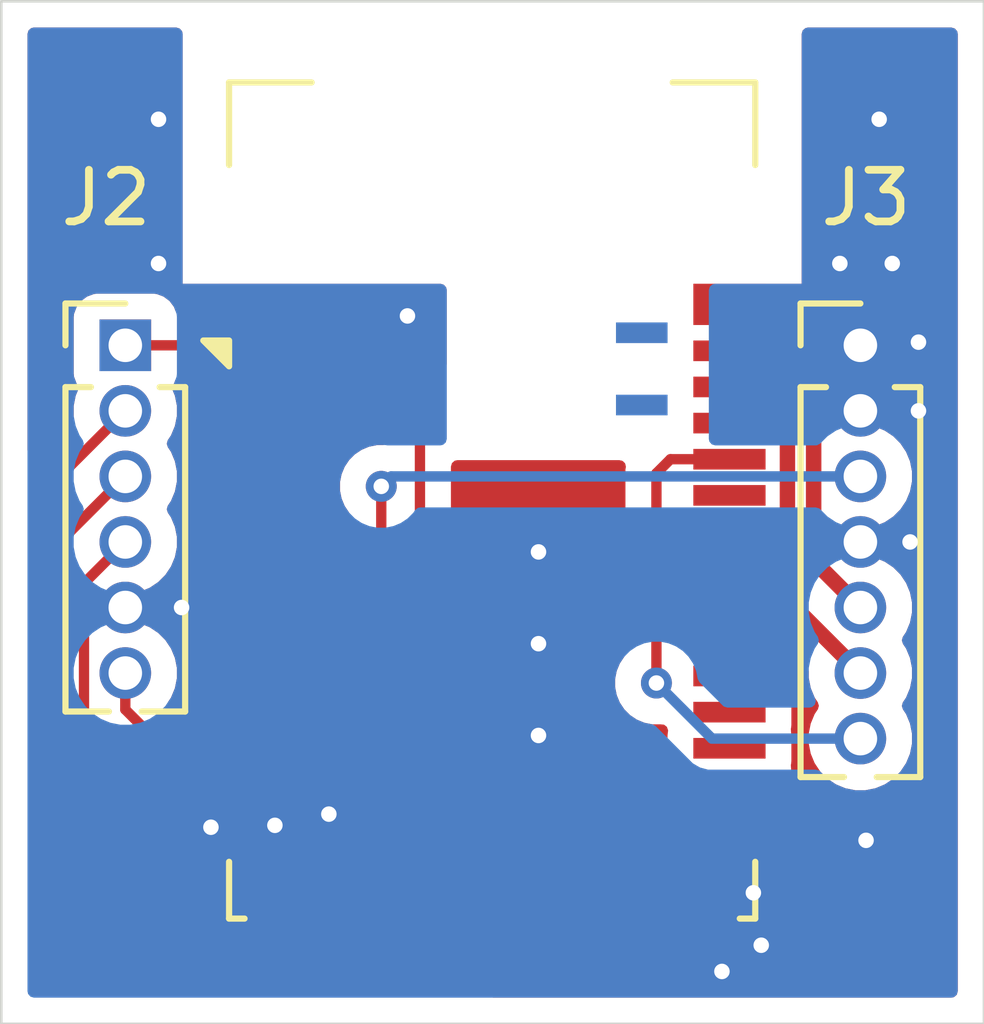
<source format=kicad_pcb>
(kicad_pcb (version 20241229) (generator "pcbnew") (generator_version "9.0")
  (layers (0 "F.Cu" signal) (2 "B.Cu" signal) (13 "F.Paste" user) (15 "B.Paste" user) (5 "F.SilkS" user "F.Silkscreen") (7 "B.SilkS" user "B.Silkscreen") (1 "F.Mask" user) (3 "B.Mask" user) (25 "Edge.Cuts" user))
  (net 0 "")
  (net 1 "/GPIO_0")
  (net 2 "/SWCLK")
  (net 3 "/VDD")
  (net 4 "/RST")
  (net 5 "/GND")
  (net 6 "/GPIO_1")
  (net 7 "/SWDIO")
  (net 11 "/GPIO_2")
  (net 25 "/GPIO_3")
  (footprint "Connector_PinHeader_1.27mm:PinHeader_1x06_P1.27mm_Vertical" (layer "F.Cu") (at 135.5 93.025)
    (property "Reference" "J2" (at -0.372 -2.855 0) (layer "F.SilkS"))
    (property "Value" "Conn_01x06_Pin" (hide yes))
    (fp_line (start -1.16 -0.81) (end 0 -0.81) (stroke (width 0.12)) (layer "F.SilkS"))
    (fp_line (start -1.16 0) (end -1.16 -0.81) (stroke (width 0.12)) (layer "F.SilkS"))
    (fp_line (start -1.16 0.81) (end -1.16 7.095) (stroke (width 0.12)) (layer "F.SilkS"))
    (fp_line (start -1.16 0.81) (end -0.666708 0.81) (stroke (width 0.12)) (layer "F.SilkS"))
    (fp_line (start -1.16 7.095) (end -0.317923 7.095) (stroke (width 0.12)) (layer "F.SilkS"))
    (fp_line (start 0.317923 7.095) (end 1.16 7.095) (stroke (width 0.12)) (layer "F.SilkS"))
    (fp_line (start 0.666708 0.81) (end 1.16 0.81) (stroke (width 0.12)) (layer "F.SilkS"))
    (fp_line (start 1.16 0.81) (end 1.16 7.095) (stroke (width 0.12)) (layer "F.SilkS"))
    (pad "1" thru_hole rect (at 0 0) (size 1 1) (drill 0.65) (layers "*.Cu" "*.Mask") (net 6 "/GPIO_1"))
    (pad "2" thru_hole circle (at 0 1.27) (size 1 1) (drill 0.65) (layers "*.Cu" "*.Mask") (net 25 "/GPIO_3"))
    (pad "3" thru_hole circle (at 0 2.54) (size 1 1) (drill 0.65) (layers "*.Cu" "*.Mask") (net 11 "/GPIO_2"))
    (pad "4" thru_hole circle (at 0 3.81) (size 1 1) (drill 0.65) (layers "*.Cu" "*.Mask") (net 1 "/GPIO_0"))
    (pad "5" thru_hole circle (at 0 5.08) (size 1 1) (drill 0.65) (layers "*.Cu" "*.Mask") (net 5 "/GND"))
    (pad "6" thru_hole circle (at 0 6.35) (size 1 1) (drill 0.65) (layers "*.Cu" "*.Mask") (net 3 "/VDD"))
  )
  (footprint "Connector_PinHeader_1.27mm:PinHeader_1x07_P1.27mm_Vertical" (layer "F.Cu") (at 149.75 93.025)
    (property "Reference" "J3" (at 0.11 -2.855 0) (layer "F.SilkS"))
    (property "Value" "Conn_01x07_Pin" (hide yes))
    (fp_line (start -1.16 -0.81) (end 0 -0.81) (stroke (width 0.12)) (layer "F.SilkS"))
    (fp_line (start -1.16 0) (end -1.16 -0.81) (stroke (width 0.12)) (layer "F.SilkS"))
    (fp_line (start -1.16 0.81) (end -1.16 8.365) (stroke (width 0.12)) (layer "F.SilkS"))
    (fp_line (start -1.16 0.81) (end -0.666708 0.81) (stroke (width 0.12)) (layer "F.SilkS"))
    (fp_line (start -1.16 8.365) (end -0.317923 8.365) (stroke (width 0.12)) (layer "F.SilkS"))
    (fp_line (start 0.317923 8.365) (end 1.16 8.365) (stroke (width 0.12)) (layer "F.SilkS"))
    (fp_line (start 0.666708 0.81) (end 1.16 0.81) (stroke (width 0.12)) (layer "F.SilkS"))
    (fp_line (start 1.16 0.81) (end 1.16 8.365) (stroke (width 0.12)) (layer "F.SilkS"))
    (pad "1" thru_hole rect (at 0 0) (size 1 1) (drill 0.65) (layers "*.Cu" "*.Mask") (net 5 "/GND"))
    (pad "2" thru_hole circle (at 0 1.27) (size 1 1) (drill 0.65) (layers "*.Cu" "*.Mask") (net 5 "/GND"))
    (pad "3" thru_hole circle (at 0 2.54) (size 1 1) (drill 0.65) (layers "*.Cu" "*.Mask") (net 3 "/VDD"))
    (pad "4" thru_hole circle (at 0 3.81) (size 1 1) (drill 0.65) (layers "*.Cu" "*.Mask") (net 5 "/GND"))
    (pad "5" thru_hole circle (at 0 5.08) (size 1 1) (drill 0.65) (layers "*.Cu" "*.Mask") (net 7 "/SWDIO"))
    (pad "6" thru_hole circle (at 0 6.35) (size 1 1) (drill 0.65) (layers "*.Cu" "*.Mask") (net 2 "/SWCLK"))
    (pad "7" thru_hole circle (at 0 7.62) (size 1 1) (drill 0.65) (layers "*.Cu" "*.Mask") (net 4 "/RST"))
  )
  (footprint "RF_Module:Raytac_MDBT42Q" (layer "F.Cu") (at 142.612 96.032)
    (property "Reference" "U1" (hide yes))
    (property "Value" "MDBT42Q-512K" (hide yes))
    (fp_line (start -5.1 -8.1) (end -5.1 -6.5) (stroke (width 0.12)) (layer "F.SilkS"))
    (fp_line (start -5.1 -8.1) (end -3.5 -8.1) (stroke (width 0.12)) (layer "F.SilkS"))
    (fp_line (start -5.1 8.1) (end -5.1 7) (stroke (width 0.12)) (layer "F.SilkS"))
    (fp_line (start -4.8 8.1) (end -5.1 8.1) (stroke (width 0.12)) (layer "F.SilkS"))
    (fp_line (start 3.5 -8.1) (end 5.1 -8.1) (stroke (width 0.12)) (layer "F.SilkS"))
    (fp_line (start 4.8 8.1) (end 5.1 8.1) (stroke (width 0.12)) (layer "F.SilkS"))
    (fp_line (start 5.1 -8.1) (end 5.1 -6.5) (stroke (width 0.12)) (layer "F.SilkS"))
    (fp_line (start 5.1 8.1) (end 5.1 7) (stroke (width 0.12)) (layer "F.SilkS"))
    (fp_poly (pts (xy -5.1 -3.1) (xy -5.6 -3.1) (xy -5.1 -2.6) (xy -5.1 -3.1)) (stroke (width 0.12)) (fill yes) (layer "F.SilkS"))
    (pad "1" smd rect (at -4.6 -3.8) (size 1.4 0.8) (layers "F.Cu" "F.Mask" "F.Paste") (net 5 "/GND"))
    (pad "2" smd rect (at -4.6 -0.8) (size 1.4 0.4) (layers "F.Cu" "F.Mask" "F.Paste"))
    (pad "3" smd rect (at -4.6 -0.1) (size 1.4 0.4) (layers "F.Cu" "F.Mask" "F.Paste"))
    (pad "4" smd rect (at -4.6 0.6) (size 1.4 0.4) (layers "F.Cu" "F.Mask" "F.Paste"))
    (pad "5" smd rect (at -4.6 1.3) (size 1.4 0.4) (layers "F.Cu" "F.Mask" "F.Paste"))
    (pad "6" smd rect (at -4.6 2) (size 1.4 0.4) (layers "F.Cu" "F.Mask" "F.Paste"))
    (pad "7" smd rect (at -4.6 2.7) (size 1.4 0.4) (layers "F.Cu" "F.Mask" "F.Paste"))
    (pad "8" smd rect (at -4.6 3.4) (size 1.4 0.4) (layers "F.Cu" "F.Mask" "F.Paste"))
    (pad "9" smd rect (at -4.6 4.1) (size 1.4 0.4) (layers "F.Cu" "F.Mask" "F.Paste"))
    (pad "10" smd rect (at -4.6 4.8) (size 1.4 0.4) (layers "F.Cu" "F.Mask" "F.Paste"))
    (pad "11" smd rect (at -4.6 5.5) (size 1.4 0.4) (layers "F.Cu" "F.Mask" "F.Paste") (net 3 "/VDD"))
    (pad "12" smd rect (at -4.2 7.6 90) (size 1.4 0.4) (layers "F.Cu" "F.Mask" "F.Paste") (net 5 "/GND"))
    (pad "13" smd rect (at -3.5 7.6 90) (size 1.4 0.4) (layers "F.Cu" "F.Mask" "F.Paste"))
    (pad "14" smd rect (at -2.8 7.6 90) (size 1.4 0.4) (layers "F.Cu" "F.Mask" "F.Paste"))
    (pad "15" smd rect (at -2.1 7.6 90) (size 1.4 0.4) (layers "F.Cu" "F.Mask" "F.Paste") (net 1 "/GPIO_0"))
    (pad "16" smd rect (at -1.4 7.6 90) (size 1.4 0.4) (layers "F.Cu" "F.Mask" "F.Paste") (net 6 "/GPIO_1"))
    (pad "17" smd rect (at -0.7 7.6 90) (size 1.4 0.4) (layers "F.Cu" "F.Mask" "F.Paste") (net 11 "/GPIO_2"))
    (pad "18" smd rect (at 0 7.6 90) (size 1.4 0.4) (layers "F.Cu" "F.Mask" "F.Paste") (net 25 "/GPIO_3"))
    (pad "19" smd rect (at 0.7 7.6 90) (size 1.4 0.4) (layers "F.Cu" "F.Mask" "F.Paste"))
    (pad "20" smd rect (at 1.4 7.6 90) (size 1.4 0.4) (layers "F.Cu" "F.Mask" "F.Paste"))
    (pad "21" smd rect (at 2.1 7.6 90) (size 1.4 0.4) (layers "F.Cu" "F.Mask" "F.Paste"))
    (pad "22" smd rect (at 2.8 7.6 90) (size 1.4 0.4) (layers "F.Cu" "F.Mask" "F.Paste"))
    (pad "23" smd rect (at 3.5 7.6 90) (size 1.4 0.4) (layers "F.Cu" "F.Mask" "F.Paste"))
    (pad "24" smd rect (at 4.2 7.6 90) (size 1.4 0.4) (layers "F.Cu" "F.Mask" "F.Paste") (net 5 "/GND"))
    (pad "25" smd rect (at 4.6 6.2) (size 1.4 0.4) (layers "F.Cu" "F.Mask" "F.Paste"))
    (pad "26" smd rect (at 4.6 5.5) (size 1.4 0.4) (layers "F.Cu" "F.Mask" "F.Paste"))
    (pad "27" smd rect (at 4.6 4.8) (size 1.4 0.4) (layers "F.Cu" "F.Mask" "F.Paste"))
    (pad "28" smd rect (at 4.6 4.1) (size 1.4 0.4) (layers "F.Cu" "F.Mask" "F.Paste"))
    (pad "29" smd rect (at 4.6 3.4) (size 1.4 0.4) (layers "F.Cu" "F.Mask" "F.Paste"))
    (pad "30" smd rect (at 4.6 2.7) (size 1.4 0.4) (layers "F.Cu" "F.Mask" "F.Paste"))
    (pad "31" smd rect (at 4.6 2) (size 1.4 0.4) (layers "F.Cu" "F.Mask" "F.Paste"))
    (pad "32" smd rect (at 4.6 1.3) (size 1.4 0.4) (layers "F.Cu" "F.Mask" "F.Paste"))
    (pad "33" smd rect (at 4.6 0.6) (size 1.4 0.4) (layers "F.Cu" "F.Mask" "F.Paste"))
    (pad "34" smd rect (at 4.6 -0.1) (size 1.4 0.4) (layers "F.Cu" "F.Mask" "F.Paste"))
    (pad "35" smd rect (at 4.6 -0.8) (size 1.4 0.4) (layers "F.Cu" "F.Mask" "F.Paste") (net 4 "/RST"))
    (pad "36" smd rect (at 4.6 -1.5) (size 1.4 0.4) (layers "F.Cu" "F.Mask" "F.Paste") (net 2 "/SWCLK"))
    (pad "37" smd rect (at 4.6 -2.2) (size 1.4 0.4) (layers "F.Cu" "F.Mask" "F.Paste") (net 7 "/SWDIO"))
    (pad "38" smd rect (at 4.6 -2.9) (size 1.4 0.4) (layers "F.Cu" "F.Mask" "F.Paste"))
    (pad "39" smd rect (at 4.6 -3.8) (size 1.4 0.8) (layers "F.Cu" "F.Mask" "F.Paste") (net 5 "/GND"))
    (pad "40" smd rect (at 2.9 -3.25) (size 1 0.4) (layers "B.Cu"))
    (pad "41" smd rect (at 2.9 -1.85) (size 1 0.4) (layers "B.Cu"))
    (zone (net 0) (net_name "") (layers "F.Cu" "B.Cu" "Dwgs.User") (connect_pads (clearance 0)) (min_thickness 0.25)
      (keepout (tracks not_allowed) (vias not_allowed) (pads not_allowed) (copperpour not_allowed) (footprints not_allowed))
      (fill (thermal_gap 0.5) (thermal_bridge_width 0.5))
      (polygon (pts (xy 136.612 87.032) (xy 136.612 91.832) (xy 148.612 91.832) (xy 148.612 87.032)))
    )
    (zone (net 0) (net_name "") (layers "F.Cu" "Dwgs.User") (connect_pads (clearance 0)) (min_thickness 0.25)
      (keepout (tracks not_allowed) (vias not_allowed) (pads not_allowed) (copperpour not_allowed) (footprints not_allowed))
      (fill (thermal_gap 0.5) (thermal_bridge_width 0.5))
      (polygon (pts (xy 142.112 91.832) (xy 142.112 94.932) (xy 146.512 94.932) (xy 146.512 91.832)))
    )
  )
  (gr_rect (start 133.096 86.36) (end 152.146 106.172) (stroke (width 0.05)) (fill no) (layer "Edge.Cuts"))
  (segment (start 135.5 96.835) (end 134.699 97.636) (width 0.2) (layer "F.Cu") (net 1))
  (segment (start 138.003 104.725) (end 140.225 104.725) (width 0.2) (layer "F.Cu") (net 1))
  (segment (start 134.699 101.421) (end 138.003 104.725) (width 0.2) (layer "F.Cu") (net 1))
  (segment (start 134.699 97.636) (end 134.699 101.421) (width 0.2) (layer "F.Cu") (net 1))
  (segment (start 140.512 104.438) (end 140.512 103.632) (width 0.2) (layer "F.Cu") (net 1))
  (segment (start 140.225 104.725) (end 140.512 104.438) (width 0.2) (layer "F.Cu") (net 1))
  (segment (start 147.212 94.532) (end 148.0645 94.532) (width 0.3) (layer "F.Cu") (net 2))
  (segment (start 148.336 97.961) (end 149.75 99.375) (width 0.3) (layer "F.Cu") (net 2))
  (segment (start 148.336 94.8035) (end 148.336 97.961) (width 0.3) (layer "F.Cu") (net 2))
  (segment (start 148.0645 94.532) (end 148.336 94.8035) (width 0.3) (layer "F.Cu") (net 2))
  (segment (start 135.5 100.082106) (end 136.949894 101.532) (width 0.2) (layer "F.Cu") (net 3))
  (segment (start 149.75 95.565) (end 149.75 95.427786) (width 0.2) (layer "F.Cu") (net 3))
  (segment (start 136.949894 101.532) (end 138.012 101.532) (width 0.2) (layer "F.Cu") (net 3))
  (segment (start 138.012 101.532) (end 138.814 101.532) (width 0.2) (layer "F.Cu") (net 3))
  (segment (start 140.462 99.884) (end 140.462 95.758) (width 0.2) (layer "F.Cu") (net 3))
  (segment (start 138.814 101.532) (end 140.462 99.884) (width 0.2) (layer "F.Cu") (net 3))
  (segment (start 135.5 99.375) (end 135.5 100.082106) (width 0.2) (layer "F.Cu") (net 3))
  (via (at 140.462 95.758) (size 0.6) (drill 0.3) (layers "F.Cu" "B.Cu") (net 3))
  (segment (start 140.655 95.565) (end 149.75 95.565) (width 0.2) (layer "B.Cu") (net 3))
  (segment (start 140.462 95.758) (end 140.655 95.565) (width 0.2) (layer "B.Cu") (net 3))
  (segment (start 146.068 95.232) (end 145.796 95.504) (width 0.2) (layer "F.Cu") (net 4))
  (segment (start 145.796 95.504) (end 145.796 99.568) (width 0.2) (layer "F.Cu") (net 4))
  (segment (start 147.212 95.232) (end 146.068 95.232) (width 0.2) (layer "F.Cu") (net 4))
  (via (at 145.796 99.568) (size 0.6) (drill 0.3) (layers "F.Cu" "B.Cu") (net 4))
  (segment (start 145.796 99.568) (end 146.873 100.645) (width 0.2) (layer "B.Cu") (net 4))
  (segment (start 146.873 100.645) (end 149.75 100.645) (width 0.2) (layer "B.Cu") (net 4))
  (segment (start 146.819 103.625) (end 146.812 103.632) (width 0.2) (layer "F.Cu") (net 5))
  (segment (start 138.4 103.62) (end 138.412 103.632) (width 0.2) (layer "F.Cu") (net 5))
  (segment (start 149.75 94.295) (end 149.418 94.295) (width 0.2) (layer "F.Cu") (net 5))
  (segment (start 138.412 102.337) (end 138.4 102.325) (width 0.2) (layer "F.Cu") (net 5))
  (segment (start 149.393 94.35) (end 149.725 94.35) (width 0.2) (layer "F.Cu") (net 5))
  (via (at 149.86 102.616) (size 0.6) (drill 0.3) (layers "F.Cu" "B.Cu") (net 5))
  (via (at 143.51 100.584) (size 0.6) (drill 0.3) (layers "F.Cu" "B.Cu") (net 5))
  (via (at 136.144 91.44) (size 0.6) (drill 0.3) (layers "F.Cu" "B.Cu") (net 5))
  (via (at 137.16 102.362) (size 0.6) (drill 0.3) (layers "F.Cu" "B.Cu") (net 5))
  (via (at 147.6756 103.632) (size 0.6) (drill 0.3) (layers "F.Cu" "B.Cu") (net 5))
  (via (at 147.066 105.156) (size 0.6) (drill 0.3) (layers "F.Cu" "B.Cu") (net 5))
  (via (at 143.51 97.028) (size 0.6) (drill 0.3) (layers "F.Cu" "B.Cu") (net 5))
  (via (at 150.876 92.964) (size 0.6) (drill 0.3) (layers "F.Cu" "B.Cu") (net 5))
  (via (at 138.4 102.325) (size 0.6) (drill 0.3) (layers "F.Cu" "B.Cu") (net 5))
  (via (at 150.368 91.44) (size 0.6) (drill 0.3) (layers "F.Cu" "B.Cu") (net 5))
  (via (at 150.114 88.646) (size 0.6) (drill 0.3) (layers "F.Cu" "B.Cu") (net 5))
  (via (at 149.352 91.44) (size 0.6) (drill 0.3) (layers "F.Cu" "B.Cu") (net 5))
  (via (at 150.876 94.295) (size 0.6) (drill 0.3) (layers "F.Cu" "B.Cu") (net 5))
  (via (at 150.7134 96.835) (size 0.6) (drill 0.3) (layers "F.Cu" "B.Cu") (net 5))
  (via (at 136.591 98.105) (size 0.6) (drill 0.3) (layers "F.Cu" "B.Cu") (net 5))
  (via (at 139.446 102.108) (size 0.6) (drill 0.3) (layers "F.Cu" "B.Cu") (net 5))
  (via (at 143.51 98.806) (size 0.6) (drill 0.3) (layers "F.Cu" "B.Cu") (net 5))
  (via (at 140.97 92.456) (size 0.6) (drill 0.3) (layers "F.Cu" "B.Cu") (net 5))
  (via (at 147.828 104.648) (size 0.6) (drill 0.3) (layers "F.Cu" "B.Cu") (net 5))
  (via (at 136.144 88.646) (size 0.6) (drill 0.3) (layers "F.Cu" "B.Cu") (net 5))
  (segment (start 135.5 93.025) (end 140.225 93.025) (width 0.2) (layer "F.Cu") (net 6))
  (segment (start 141.212 94.012) (end 141.212 103.632) (width 0.2) (layer "F.Cu") (net 6))
  (segment (start 140.225 93.025) (end 141.212 94.012) (width 0.2) (layer "F.Cu") (net 6))
  (segment (start 148.844 97.199) (end 149.75 98.105) (width 0.3) (layer "F.Cu") (net 7))
  (segment (start 148.844 94.488) (end 148.844 97.199) (width 0.3) (layer "F.Cu") (net 7))
  (segment (start 147.212 93.832) (end 148.188 93.832) (width 0.3) (layer "F.Cu") (net 7))
  (segment (start 148.188 93.832) (end 148.844 94.488) (width 0.3) (layer "F.Cu") (net 7))
  (segment (start 141.912 104.532) (end 141.912 103.632) (width 0.2) (layer "F.Cu") (net 11))
  (segment (start 141.319 105.125) (end 141.912 104.532) (width 0.2) (layer "F.Cu") (net 11))
  (segment (start 134.298 101.5871) (end 137.8359 105.125) (width 0.2) (layer "F.Cu") (net 11))
  (segment (start 134.298 96.767) (end 134.298 101.5871) (width 0.2) (layer "F.Cu") (net 11))
  (segment (start 135.5 95.565) (end 134.298 96.767) (width 0.2) (layer "F.Cu") (net 11))
  (segment (start 137.8359 105.125) (end 141.319 105.125) (width 0.2) (layer "F.Cu") (net 11))
  (segment (start 141.618 105.526) (end 142.612 104.532) (width 0.2) (layer "F.Cu") (net 25))
  (segment (start 142.612 104.532) (end 142.612 103.632) (width 0.2) (layer "F.Cu") (net 25))
  (segment (start 137.601 105.526) (end 141.618 105.526) (width 0.2) (layer "F.Cu") (net 25))
  (segment (start 135.5 94.295) (end 133.897 95.898) (width 0.2) (layer "F.Cu") (net 25))
  (segment (start 133.897 101.822) (end 137.601 105.526) (width 0.2) (layer "F.Cu") (net 25))
  (segment (start 133.897 95.898) (end 133.897 101.822) (width 0.2) (layer "F.Cu") (net 25))
  (zone (net 5) (net_name "/GND") (layers "F.Cu" "B.Cu") (connect_pads yes (clearance 0.5)) (min_thickness 0.25) (fill yes (thermal_gap 0.5) (thermal_bridge_width 0.5))
    (polygon (pts (xy 133.604 86.868) (xy 133.604 105.664) (xy 151.638 105.664) (xy 151.638 91.694) (xy 146.812 91.694) (xy 146.812 95.25) (xy 141.732 95.25) (xy 141.732 91.44) (xy 146.812 91.44) (xy 146.812 91.694) (xy 151.638 91.694) (xy 151.638 86.868)))
  )
)
</source>
